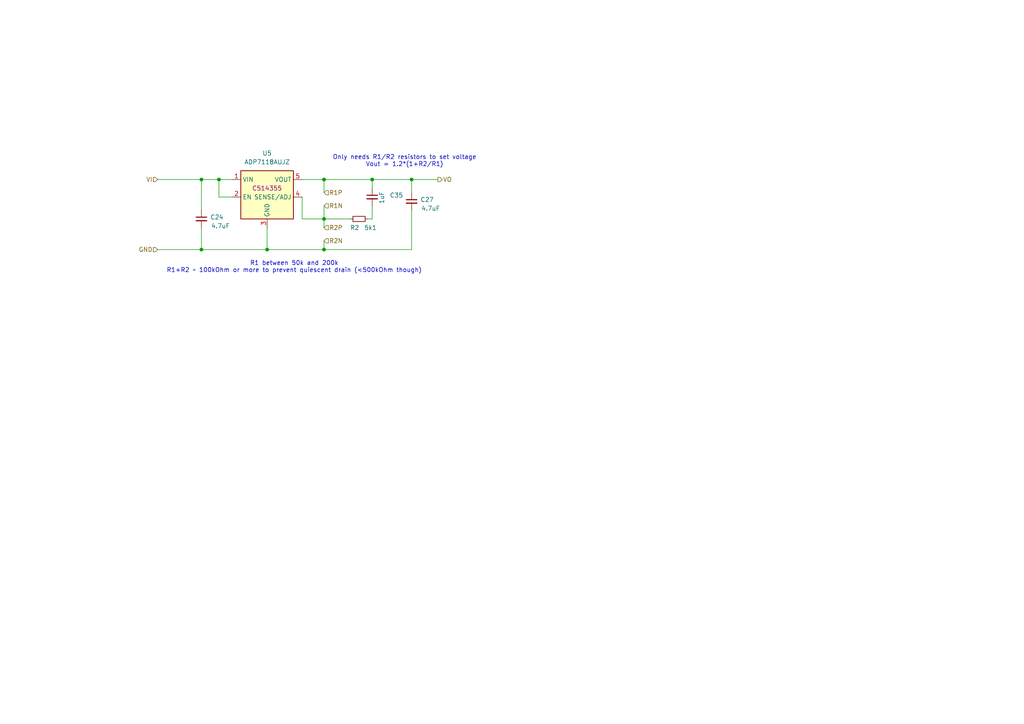
<source format=kicad_sch>
(kicad_sch (version 20231120) (generator "eeschema") (generator_version "8.0")
  (paper "A4")
  (lib_symbols
    (symbol "Device:C_Small" (pin_numbers hide) (pin_names (offset 0.254) hide)
      (property "Reference" "C" (at 0.254 1.778 0))
      (property "Value" "C_Small" (at 0.254 -2.032 0))
      (symbol "C_Small_0_1"
        (polyline (pts (xy -1.524 -0.508) (xy 1.524 -0.508)) (stroke (width 0.3302)))
        (polyline (pts (xy -1.524 0.508) (xy 1.524 0.508)) (stroke (width 0.3048)))
      )
      (symbol "C_Small_1_1"
        (pin passive line (at 0 2.54 270) (length 2.032) (name "~") (number "1"))
        (pin passive line (at 0 -2.54 90) (length 2.032) (name "~") (number "2"))
      )
    )
    (symbol "Device:R_Small" (pin_numbers hide) (pin_names (offset 0.254) hide)
      (property "Reference" "R" (at 0.762 0.508 0))
      (property "Value" "R_Small" (at 0.762 -1.016 0))
      (symbol "R_Small_0_1"
        (rectangle (start -0.762 1.778) (end 0.762 -1.778) (stroke (width 0.2032)))
      )
      (symbol "R_Small_1_1"
        (pin passive line (at 0 2.54 270) (length 0.762) (name "~") (number "1"))
        (pin passive line (at 0 -2.54 90) (length 0.762) (name "~") (number "2"))
      )
    )
    (symbol "brick-symbols:ADP7118AUJZ"
      (property "Reference" "U" (at 0 10.16 0))
      (property "Value" "ADP7118AUJZ" (at 0 6.35 0))
      (property "LCSC" "C514355" (at 0 0 0))
      (symbol "ADP7118AUJZ_0_1"
        (rectangle (start -7.62 5.08) (end 7.62 -8.89) (stroke (width 0.254)) (fill (type background)))
      )
      (symbol "ADP7118AUJZ_1_1"
        (pin power_in line (at -10.16 2.54 0) (length 2.54) (name "VIN") (number "1"))
        (pin input line (at -10.16 -2.54 0) (length 2.54) (name "EN") (number "2"))
        (pin power_in line (at 0 -11.43 90) (length 2.54) (name "GND") (number "3"))
        (pin input line (at 10.16 -2.54 180) (length 2.54) (name "SENSE/ADJ") (number "4"))
        (pin power_out line (at 10.16 2.54 180) (length 2.54) (name "VOUT") (number "5"))
      )
    )
  )
  (junction (at 63.5 52.07))
  (junction (at 58.42 52.07))
  (junction (at 93.98 52.07))
  (junction (at 77.47 72.39))
  (junction (at 93.98 72.39))
  (junction (at 93.98 63.5))
  (junction (at 107.95 52.07))
  (junction (at 58.42 72.39))
  (junction (at 119.38 52.07))
  (wire (pts (xy 93.98 52.07) (xy 93.98 55.88)))
  (wire (pts (xy 63.5 57.15) (xy 63.5 52.07)))
  (wire (pts (xy 107.95 52.07) (xy 107.95 54.61)))
  (wire (pts (xy 67.31 57.15) (xy 63.5 57.15)))
  (wire (pts (xy 93.98 69.85) (xy 93.98 72.39)))
  (wire (pts (xy 58.42 52.07) (xy 63.5 52.07)))
  (wire (pts (xy 93.98 63.5) (xy 93.98 66.04)))
  (wire (pts (xy 93.98 63.5) (xy 87.63 63.5)))
  (wire (pts (xy 58.42 66.04) (xy 58.42 72.39)))
  (wire (pts (xy 87.63 52.07) (xy 93.98 52.07)))
  (wire (pts (xy 87.63 63.5) (xy 87.63 57.15)))
  (wire (pts (xy 119.38 52.07) (xy 127 52.07)))
  (wire (pts (xy 77.47 72.39) (xy 93.98 72.39)))
  (wire (pts (xy 45.72 72.39) (xy 58.42 72.39)))
  (wire (pts (xy 119.38 60.96) (xy 119.38 72.39)))
  (wire (pts (xy 93.98 52.07) (xy 107.95 52.07)))
  (wire (pts (xy 45.72 52.07) (xy 58.42 52.07)))
  (wire (pts (xy 107.95 59.69) (xy 107.95 63.5)))
  (wire (pts (xy 93.98 59.69) (xy 93.98 63.5)))
  (wire (pts (xy 93.98 63.5) (xy 101.6 63.5)))
  (wire (pts (xy 58.42 52.07) (xy 58.42 60.96)))
  (wire (pts (xy 77.47 66.04) (xy 77.47 72.39)))
  (wire (pts (xy 58.42 72.39) (xy 77.47 72.39)))
  (wire (pts (xy 106.68 63.5) (xy 107.95 63.5)))
  (wire (pts (xy 93.98 72.39) (xy 119.38 72.39)))
  (wire (pts (xy 107.95 52.07) (xy 119.38 52.07)))
  (wire (pts (xy 119.38 52.07) (xy 119.38 55.88)))
  (wire (pts (xy 63.5 52.07) (xy 67.31 52.07)))
  (text "R1 between 50k and 200k\nR1+R2 ~ 100kOhm or more to prevent quiescent drain (<500kOhm though)" (at 85.344 77.47 0) (effects (font (size 1.27 1.27))))
  (text "Only needs R1/R2 resistors to set voltage\nVout = 1.2*(1+R2/R1)" (at 117.348 46.736 0) (effects (font (size 1.27 1.27))))
  (hierarchical_label "VO" (shape output) (at 127 52.07 0))
  (hierarchical_label "VI" (shape input) (at 45.72 52.07 180))
  (hierarchical_label "R1N" (shape input) (at 93.98 59.69 0))
  (hierarchical_label "R1P" (shape input) (at 93.98 55.88 0))
  (hierarchical_label "R2P" (shape input) (at 93.98 66.04 0))
  (hierarchical_label "GND" (shape input) (at 45.72 72.39 180))
  (hierarchical_label "R2N" (shape input) (at 93.98 69.85 0))
  (symbol (lib_id "Device:C_Small") (at 107.95 57.15 0) (unit 1)
    (property "Reference" "C35" (at 113.03 56.642 0) (effects (justify left)))
    (property "Value" "1uF" (at 110.744 59.182 90) (effects (justify left)))
    (property "Footprint" "Capacitor_SMD:C_0603_1608Metric" (effects (hide yes)))
    (property "Description" "Unpolarized capacitor, small symbol" (effects (hide yes)))
    (property "LCSC" "C15849" (effects (hide yes)))
    (instances (project "BrickBase01" (path "" (reference "C35") (unit 1)) (path "" (reference "C28") (unit 1)) (path "" (reference "C36") (unit 1))))
  )
  (symbol (lib_id "Device:R_Small") (at 104.14 63.5 90) (mirror x) (unit 1)
    (property "Reference" "R2" (at 102.87 66.04 90))
    (property "Value" "5k1" (at 107.442 66.04 90))
    (property "Footprint" "Resistor_SMD:R_0402_1005Metric" (effects (hide yes)))
    (property "Description" "Resistor, small symbol" (effects (hide yes)))
    (property "LCSC" "C25905" (effects (hide yes)))
    (instances (project "BrickBase01" (path "" (reference "R2") (unit 1)) (path "" (reference "R17") (unit 1)) (path "" (reference "R18") (unit 1))))
  )
  (symbol (lib_id "brick-symbols:ADP7118AUJZ") (at 77.47 54.61 0) (unit 1)
    (property "Reference" "U5" (at 77.47 44.45 0))
    (property "Value" "ADP7118AUJZ" (at 77.47 46.99 0))
    (property "Footprint" "Package_TO_SOT_SMD:TSOT-23-5" (effects (hide yes)))
    (property "Datasheet" "https://www.analog.com/media/en/technical-documentation/data-sheets/adp7118.pdf" (effects (hide yes)))
    (property "Description" "200mA, Low Noise, CMOS Low Dropout Regulator, Positive, Adjustable, TSOT-23-5" (effects (hide yes)))
    (property "LCSC" "C514355" (at 77.47 54.61 0))
    (instances (project "BrickBase01" (path "" (reference "U5") (unit 1)) (path "" (reference "U6") (unit 1)) (path "" (reference "U7") (unit 1))))
  )
  (symbol (lib_id "Device:C_Small") (at 119.38 58.42 0) (unit 1)
    (property "Reference" "C27" (at 121.92 57.912 0) (effects (justify left)))
    (property "Value" "4.7uF" (at 122.174 60.452 0) (effects (justify left)))
    (property "Footprint" "Capacitor_SMD:C_0805_2012Metric" (effects (hide yes)))
    (property "Description" "Unpolarized capacitor, small symbol" (effects (hide yes)))
    (property "LCSC" "C1779" (effects (hide yes)))
    (instances (project "BrickBase01" (path "" (reference "C27") (unit 1)) (path "" (reference "C29") (unit 1)) (path "" (reference "C37") (unit 1))))
  )
  (symbol (lib_id "Device:C_Small") (at 58.42 63.5 0) (unit 1)
    (property "Reference" "C24" (at 60.96 62.992 0) (effects (justify left)))
    (property "Value" "4.7uF" (at 61.214 65.532 0) (effects (justify left)))
    (property "Footprint" "Capacitor_SMD:C_0805_2012Metric" (effects (hide yes)))
    (property "Description" "Unpolarized capacitor, small symbol" (effects (hide yes)))
    (property "LCSC" "C1779" (effects (hide yes)))
    (instances (project "BrickBase01" (path "" (reference "C24") (unit 1)) (path "" (reference "C25") (unit 1)) (path "" (reference "C30") (unit 1))))
  )
)
</source>
